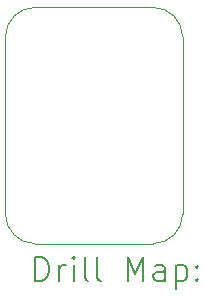
<source format=gbr>
%FSLAX45Y45*%
G04 Gerber Fmt 4.5, Leading zero omitted, Abs format (unit mm)*
G04 Created by KiCad (PCBNEW 6.0.1-79c1e3a40b~116~ubuntu20.04.1) date 2022-02-01 21:07:12*
%MOMM*%
%LPD*%
G01*
G04 APERTURE LIST*
%TA.AperFunction,Profile*%
%ADD10C,0.100000*%
%TD*%
%ADD11C,0.200000*%
G04 APERTURE END LIST*
D10*
X12250000Y-7500000D02*
X12250000Y-9000000D01*
X12500000Y-9250000D02*
X13500000Y-9250000D01*
X13750000Y-7500000D02*
G75*
G03*
X13500000Y-7250000I-250000J0D01*
G01*
X12250000Y-9000000D02*
G75*
G03*
X12500000Y-9250000I250000J0D01*
G01*
X12500000Y-7250000D02*
X13500000Y-7250000D01*
X13750000Y-7500000D02*
X13750000Y-9000000D01*
X12500000Y-7250000D02*
G75*
G03*
X12250000Y-7500000I0J-250000D01*
G01*
X13500000Y-9250000D02*
G75*
G03*
X13750000Y-9000000I0J250000D01*
G01*
D11*
X12502619Y-9565476D02*
X12502619Y-9365476D01*
X12550238Y-9365476D01*
X12578809Y-9375000D01*
X12597857Y-9394048D01*
X12607381Y-9413095D01*
X12616905Y-9451190D01*
X12616905Y-9479762D01*
X12607381Y-9517857D01*
X12597857Y-9536905D01*
X12578809Y-9555952D01*
X12550238Y-9565476D01*
X12502619Y-9565476D01*
X12702619Y-9565476D02*
X12702619Y-9432143D01*
X12702619Y-9470238D02*
X12712143Y-9451190D01*
X12721667Y-9441667D01*
X12740714Y-9432143D01*
X12759762Y-9432143D01*
X12826428Y-9565476D02*
X12826428Y-9432143D01*
X12826428Y-9365476D02*
X12816905Y-9375000D01*
X12826428Y-9384524D01*
X12835952Y-9375000D01*
X12826428Y-9365476D01*
X12826428Y-9384524D01*
X12950238Y-9565476D02*
X12931190Y-9555952D01*
X12921667Y-9536905D01*
X12921667Y-9365476D01*
X13055000Y-9565476D02*
X13035952Y-9555952D01*
X13026428Y-9536905D01*
X13026428Y-9365476D01*
X13283571Y-9565476D02*
X13283571Y-9365476D01*
X13350238Y-9508333D01*
X13416905Y-9365476D01*
X13416905Y-9565476D01*
X13597857Y-9565476D02*
X13597857Y-9460714D01*
X13588333Y-9441667D01*
X13569286Y-9432143D01*
X13531190Y-9432143D01*
X13512143Y-9441667D01*
X13597857Y-9555952D02*
X13578809Y-9565476D01*
X13531190Y-9565476D01*
X13512143Y-9555952D01*
X13502619Y-9536905D01*
X13502619Y-9517857D01*
X13512143Y-9498810D01*
X13531190Y-9489286D01*
X13578809Y-9489286D01*
X13597857Y-9479762D01*
X13693095Y-9432143D02*
X13693095Y-9632143D01*
X13693095Y-9441667D02*
X13712143Y-9432143D01*
X13750238Y-9432143D01*
X13769286Y-9441667D01*
X13778809Y-9451190D01*
X13788333Y-9470238D01*
X13788333Y-9527381D01*
X13778809Y-9546429D01*
X13769286Y-9555952D01*
X13750238Y-9565476D01*
X13712143Y-9565476D01*
X13693095Y-9555952D01*
X13874048Y-9546429D02*
X13883571Y-9555952D01*
X13874048Y-9565476D01*
X13864524Y-9555952D01*
X13874048Y-9546429D01*
X13874048Y-9565476D01*
X13874048Y-9441667D02*
X13883571Y-9451190D01*
X13874048Y-9460714D01*
X13864524Y-9451190D01*
X13874048Y-9441667D01*
X13874048Y-9460714D01*
M02*

</source>
